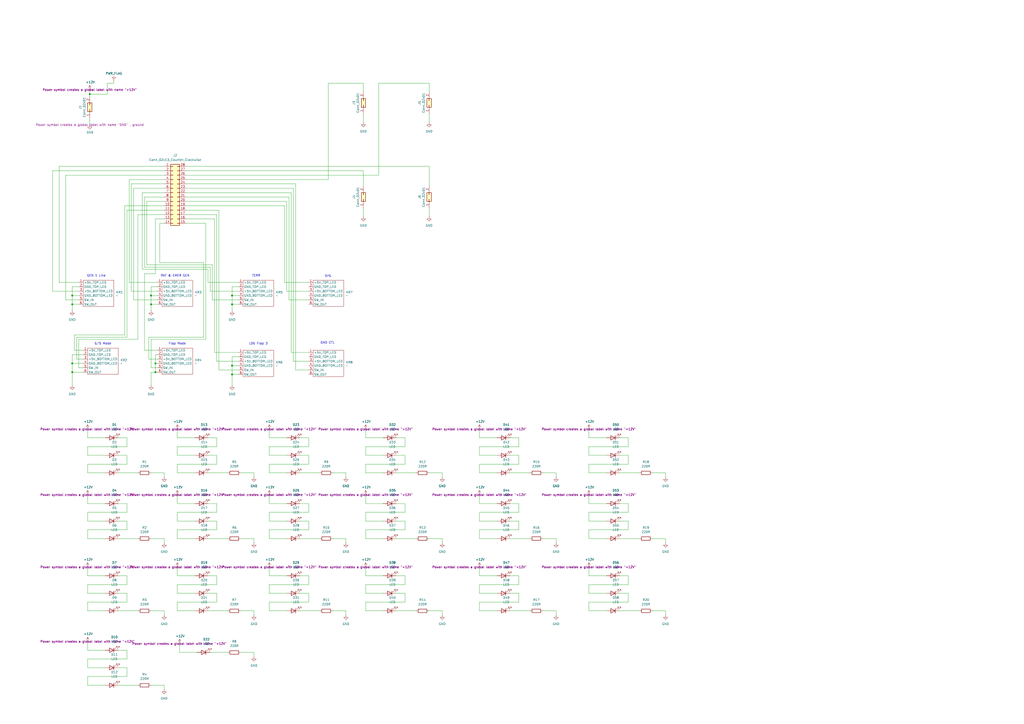
<source format=kicad_sch>
(kicad_sch (version 20250114) (generator "eeschema") (generator_version "9.0")
  (paper "A2")
  (text "GND CTL" (at 189.992 198.882 0) (effects (font (size 1.27 1.27))))
  (text "SYS" (at 190.246 160.274 0) (effects (font (size 1.27 1.27))))
  (text "LDG Flap 3\n" (at 149.86 199.39 0) (effects (font (size 1.27 1.27))))
  (text "TERR" (at 148.59 160.02 0) (effects (font (size 1.27 1.27))))
  (text "G/S Mode\n" (at 59.69 199.39 0) (effects (font (size 1.27 1.27))))
  (text "GEN 1 Line\n" (at 55.88 160.02 0) (effects (font (size 1.27 1.27))))
  (text "RAT & EMER GEN" (at 101.6 160.02 0) (effects (font (size 1.27 1.27))))
  (text "Flap Mode" (at 102.87 199.39 0) (effects (font (size 1.27 1.27))))
  (junction (at 87.63 171.45))
  (junction (at 90.17 215.9))
  (junction (at 52.07 54.61))
  (junction (at 134.62 171.45))
  (junction (at 41.91 215.9))
  (junction (at 87.63 176.53))
  (junction (at 41.91 171.45))
  (junction (at 134.62 217.17))
  (junction (at 90.17 210.82))
  (junction (at 134.62 176.53))
  (junction (at 41.91 210.82))
  (junction (at 134.62 212.09))
  (junction (at 41.91 176.53))
  (wire (pts (xy 50.8 312.42) (xy 50.8 307.34)))
  (wire (pts (xy 278.13 274.32) (xy 278.13 269.24)))
  (wire (pts (xy 295.91 312.42) (xy 307.34 312.42)))
  (wire (pts (xy 72.39 194.31) (xy 72.39 119.38)))
  (wire (pts (xy 95.25 397.51) (xy 95.25 400.05)))
  (wire (pts (xy 60.96 354.33) (xy 50.8 354.33)))
  (wire (pts (xy 248.92 48.26) (xy 219.71 48.26)))
  (wire (pts (xy 125.73 269.24) (xy 125.73 264.16)))
  (wire (pts (xy 73.66 387.35) (xy 68.58 387.35)))
  (wire (pts (xy 73.66 307.34) (xy 73.66 302.26)))
  (wire (pts (xy 147.32 354.33) (xy 147.32 356.87)))
  (wire (pts (xy 73.66 195.58) (xy 73.66 121.92)))
  (wire (pts (xy 50.8 382.27) (xy 73.66 382.27)))
  (wire (pts (xy 60.96 302.26) (xy 50.8 302.26)))
  (wire (pts (xy 125.73 297.18) (xy 125.73 292.1)))
  (wire (pts (xy 256.54 312.42) (xy 256.54 314.96)))
  (wire (pts (xy 200.66 354.33) (xy 200.66 356.87)))
  (wire (pts (xy 73.66 392.43) (xy 73.66 387.35)))
  (wire (pts (xy 87.63 354.33) (xy 95.25 354.33)))
  (wire (pts (xy 83.82 158.75) (xy 90.17 158.75)))
  (wire (pts (xy 48.26 203.2) (xy 43.18 203.2)))
  (wire (pts (xy 278.13 248.92) (xy 278.13 254)))
  (wire (pts (xy 193.04 274.32) (xy 200.66 274.32)))
  (wire (pts (xy 341.63 339.09) (xy 364.49 339.09)))
  (wire (pts (xy 125.73 292.1) (xy 120.65 292.1)))
  (wire (pts (xy 72.39 119.38) (xy 95.25 119.38)))
  (wire (pts (xy 359.41 312.42) (xy 370.84 312.42)))
  (wire (pts (xy 85.09 153.67) (xy 85.09 116.84)))
  (wire (pts (xy 123.19 153.67) (xy 85.09 153.67)))
  (wire (pts (xy 278.13 328.93) (xy 278.13 334.01)))
  (wire (pts (xy 156.21 328.93) (xy 156.21 334.01)))
  (wire (pts (xy 173.99 312.42) (xy 185.42 312.42)))
  (wire (pts (xy 166.37 312.42) (xy 156.21 312.42)))
  (wire (pts (xy 322.58 312.42) (xy 322.58 314.96)))
  (wire (pts (xy 166.37 116.84) (xy 107.95 116.84)))
  (wire (pts (xy 234.95 254) (xy 229.87 254)))
  (wire (pts (xy 278.13 254) (xy 288.29 254)))
  (wire (pts (xy 278.13 259.08) (xy 300.99 259.08)))
  (wire (pts (xy 134.62 171.45) (xy 134.62 166.37)))
  (wire (pts (xy 87.63 166.37) (xy 91.44 166.37)))
  (wire (pts (xy 120.65 163.83) (xy 120.65 156.21)))
  (wire (pts (xy 87.63 274.32) (xy 95.25 274.32)))
  (wire (pts (xy 52.07 54.61) (xy 62.23 54.61)))
  (wire (pts (xy 86.36 195.58) (xy 118.11 195.58)))
  (wire (pts (xy 125.73 349.25) (xy 125.73 344.17)))
  (wire (pts (xy 278.13 339.09) (xy 300.99 339.09)))
  (wire (pts (xy 50.8 387.35) (xy 50.8 382.27)))
  (wire (pts (xy 173.99 274.32) (xy 185.42 274.32)))
  (wire (pts (xy 278.13 312.42) (xy 278.13 307.34)))
  (wire (pts (xy 167.64 114.3) (xy 107.95 114.3)))
  (wire (pts (xy 90.17 215.9) (xy 91.44 215.9)))
  (wire (pts (xy 229.87 312.42) (xy 241.3 312.42)))
  (wire (pts (xy 139.7 274.32) (xy 147.32 274.32)))
  (wire (pts (xy 134.62 180.34) (xy 134.62 176.53)))
  (wire (pts (xy 300.99 269.24) (xy 300.99 264.16)))
  (wire (pts (xy 170.18 109.22) (xy 107.95 109.22)))
  (wire (pts (xy 212.09 259.08) (xy 234.95 259.08)))
  (wire (pts (xy 212.09 264.16) (xy 212.09 259.08)))
  (wire (pts (xy 134.62 212.09) (xy 138.43 212.09)))
  (wire (pts (xy 92.71 152.4) (xy 92.71 129.54)))
  (wire (pts (xy 104.14 373.38) (xy 104.14 378.46)))
  (wire (pts (xy 351.79 264.16) (xy 341.63 264.16)))
  (wire (pts (xy 212.09 334.01) (xy 222.25 334.01)))
  (wire (pts (xy 234.95 264.16) (xy 229.87 264.16)))
  (wire (pts (xy 156.21 297.18) (xy 179.07 297.18)))
  (wire (pts (xy 38.1 173.99) (xy 38.1 101.6)))
  (wire (pts (xy 120.65 274.32) (xy 132.08 274.32)))
  (wire (pts (xy 278.13 297.18) (xy 300.99 297.18)))
  (wire (pts (xy 193.04 312.42) (xy 200.66 312.42)))
  (wire (pts (xy 50.8 397.51) (xy 50.8 392.43)))
  (wire (pts (xy 167.64 173.99) (xy 167.64 114.3)))
  (wire (pts (xy 113.03 274.32) (xy 102.87 274.32)))
  (wire (pts (xy 120.65 156.21) (xy 82.55 156.21)))
  (wire (pts (xy 85.09 116.84) (xy 95.25 116.84)))
  (wire (pts (xy 91.44 208.28) (xy 86.36 208.28)))
  (wire (pts (xy 166.37 168.91) (xy 166.37 116.84)))
  (wire (pts (xy 156.21 307.34) (xy 179.07 307.34)))
  (wire (pts (xy 212.09 254) (xy 222.25 254)))
  (wire (pts (xy 179.07 292.1) (xy 173.99 292.1)))
  (wire (pts (xy 45.72 196.85) (xy 45.72 213.36)))
  (wire (pts (xy 364.49 307.34) (xy 364.49 302.26)))
  (wire (pts (xy 41.91 215.9) (xy 41.91 210.82)))
  (wire (pts (xy 179.07 214.63) (xy 171.45 214.63)))
  (wire (pts (xy 300.99 344.17) (xy 295.91 344.17)))
  (wire (pts (xy 168.91 111.76) (xy 107.95 111.76)))
  (wire (pts (xy 314.96 354.33) (xy 322.58 354.33)))
  (wire (pts (xy 212.09 328.93) (xy 212.09 334.01)))
  (wire (pts (xy 190.5 48.26) (xy 190.5 104.14)))
  (wire (pts (xy 134.62 207.01) (xy 138.43 207.01)))
  (wire (pts (xy 91.44 203.2) (xy 83.82 203.2)))
  (wire (pts (xy 125.73 209.55) (xy 125.73 124.46)))
  (wire (pts (xy 90.17 210.82) (xy 91.44 210.82)))
  (wire (pts (xy 248.92 312.42) (xy 256.54 312.42)))
  (wire (pts (xy 125.73 339.09) (xy 125.73 334.01)))
  (wire (pts (xy 50.8 259.08) (xy 73.66 259.08)))
  (wire (pts (xy 90.17 158.75) (xy 90.17 127)))
  (wire (pts (xy 121.92 378.46) (xy 132.08 378.46)))
  (wire (pts (xy 341.63 274.32) (xy 341.63 269.24)))
  (wire (pts (xy 147.32 274.32) (xy 147.32 276.86)))
  (wire (pts (xy 74.93 163.83) (xy 74.93 104.14)))
  (wire (pts (xy 168.91 204.47) (xy 168.91 111.76)))
  (wire (pts (xy 107.95 127) (xy 124.46 127)))
  (wire (pts (xy 90.17 210.82) (xy 90.17 205.74)))
  (wire (pts (xy 179.07 209.55) (xy 170.18 209.55)))
  (wire (pts (xy 73.66 344.17) (xy 68.58 344.17)))
  (wire (pts (xy 91.44 168.91) (xy 76.2 168.91)))
  (wire (pts (xy 147.32 312.42) (xy 147.32 314.96)))
  (wire (pts (xy 73.66 334.01) (xy 68.58 334.01)))
  (wire (pts (xy 82.55 156.21) (xy 82.55 111.76)))
  (wire (pts (xy 73.66 269.24) (xy 73.66 264.16)))
  (wire (pts (xy 139.7 354.33) (xy 147.32 354.33)))
  (wire (pts (xy 45.72 173.99) (xy 38.1 173.99)))
  (wire (pts (xy 300.99 334.01) (xy 295.91 334.01)))
  (wire (pts (xy 87.63 215.9) (xy 90.17 215.9)))
  (wire (pts (xy 41.91 176.53) (xy 41.91 171.45)))
  (wire (pts (xy 77.47 173.99) (xy 77.47 109.22)))
  (wire (pts (xy 212.09 302.26) (xy 212.09 297.18)))
  (wire (pts (xy 300.99 254) (xy 295.91 254)))
  (wire (pts (xy 87.63 196.85) (xy 119.38 196.85)))
  (wire (pts (xy 300.99 307.34) (xy 300.99 302.26)))
  (wire (pts (xy 364.49 297.18) (xy 364.49 292.1)))
  (wire (pts (xy 212.09 354.33) (xy 212.09 349.25)))
  (wire (pts (xy 95.25 312.42) (xy 95.25 314.96)))
  (wire (pts (xy 73.66 264.16) (xy 68.58 264.16)))
  (wire (pts (xy 41.91 176.53) (xy 45.72 176.53)))
  (wire (pts (xy 90.17 127) (xy 95.25 127)))
  (wire (pts (xy 219.71 48.26) (xy 219.71 101.6)))
  (wire (pts (xy 212.09 274.32) (xy 212.09 269.24)))
  (wire (pts (xy 322.58 354.33) (xy 322.58 356.87)))
  (wire (pts (xy 222.25 312.42) (xy 212.09 312.42)))
  (wire (pts (xy 256.54 274.32) (xy 256.54 276.86)))
  (wire (pts (xy 52.07 54.61) (xy 52.07 55.88)))
  (wire (pts (xy 322.58 274.32) (xy 322.58 276.86)))
  (wire (pts (xy 156.21 302.26) (xy 156.21 297.18)))
  (wire (pts (xy 50.8 334.01) (xy 60.96 334.01)))
  (wire (pts (xy 125.73 302.26) (xy 120.65 302.26)))
  (wire (pts (xy 43.18 203.2) (xy 43.18 194.31)))
  (wire (pts (xy 278.13 344.17) (xy 278.13 339.09)))
  (wire (pts (xy 179.07 168.91) (xy 166.37 168.91)))
  (wire (pts (xy 113.03 344.17) (xy 102.87 344.17)))
  (wire (pts (xy 34.29 96.52) (xy 95.25 96.52)))
  (wire (pts (xy 222.25 354.33) (xy 212.09 354.33)))
  (wire (pts (xy 113.03 312.42) (xy 102.87 312.42)))
  (wire (pts (xy 41.91 210.82) (xy 41.91 205.74)))
  (wire (pts (xy 45.72 168.91) (xy 30.48 168.91)))
  (wire (pts (xy 120.65 354.33) (xy 132.08 354.33)))
  (wire (pts (xy 156.21 334.01) (xy 166.37 334.01)))
  (wire (pts (xy 60.96 397.51) (xy 50.8 397.51)))
  (wire (pts (xy 91.44 213.36) (xy 87.63 213.36)))
  (wire (pts (xy 288.29 344.17) (xy 278.13 344.17)))
  (wire (pts (xy 278.13 287.02) (xy 278.13 292.1)))
  (wire (pts (xy 351.79 312.42) (xy 341.63 312.42)))
  (wire (pts (xy 73.66 292.1) (xy 68.58 292.1)))
  (wire (pts (xy 156.21 269.24) (xy 179.07 269.24)))
  (wire (pts (xy 102.87 354.33) (xy 102.87 349.25)))
  (wire (pts (xy 341.63 259.08) (xy 364.49 259.08)))
  (wire (pts (xy 278.13 334.01) (xy 288.29 334.01)))
  (wire (pts (xy 34.29 163.83) (xy 34.29 96.52)))
  (wire (pts (xy 179.07 259.08) (xy 179.07 254)))
  (wire (pts (xy 107.95 124.46) (xy 125.73 124.46)))
  (wire (pts (xy 38.1 101.6) (xy 95.25 101.6)))
  (wire (pts (xy 248.92 354.33) (xy 256.54 354.33)))
  (wire (pts (xy 234.95 269.24) (xy 234.95 264.16)))
  (wire (pts (xy 87.63 176.53) (xy 87.63 171.45)))
  (wire (pts (xy 125.73 307.34) (xy 125.73 302.26)))
  (wire (pts (xy 50.8 292.1) (xy 60.96 292.1)))
  (wire (pts (xy 41.91 205.74) (xy 48.26 205.74)))
  (wire (pts (xy 300.99 259.08) (xy 300.99 254)))
  (wire (pts (xy 212.09 292.1) (xy 222.25 292.1)))
  (wire (pts (xy 210.82 99.06) (xy 210.82 107.95)))
  (wire (pts (xy 166.37 274.32) (xy 156.21 274.32)))
  (wire (pts (xy 234.95 297.18) (xy 234.95 292.1)))
  (wire (pts (xy 123.19 173.99) (xy 123.19 153.67)))
  (wire (pts (xy 102.87 307.34) (xy 125.73 307.34)))
  (wire (pts (xy 190.5 104.14) (xy 107.95 104.14)))
  (wire (pts (xy 193.04 354.33) (xy 200.66 354.33)))
  (wire (pts (xy 341.63 344.17) (xy 341.63 339.09)))
  (wire (pts (xy 73.66 297.18) (xy 73.66 292.1)))
  (wire (pts (xy 102.87 274.32) (xy 102.87 269.24)))
  (wire (pts (xy 156.21 248.92) (xy 156.21 254)))
  (wire (pts (xy 125.73 264.16) (xy 120.65 264.16)))
  (wire (pts (xy 102.87 248.92) (xy 102.87 254)))
  (wire (pts (xy 156.21 349.25) (xy 179.07 349.25)))
  (wire (pts (xy 234.95 349.25) (xy 234.95 344.17)))
  (wire (pts (xy 212.09 269.24) (xy 234.95 269.24)))
  (wire (pts (xy 173.99 354.33) (xy 185.42 354.33)))
  (wire (pts (xy 147.32 378.46) (xy 147.32 381)))
  (wire (pts (xy 73.66 121.92) (xy 95.25 121.92)))
  (wire (pts (xy 50.8 264.16) (xy 50.8 259.08)))
  (wire (pts (xy 41.91 166.37) (xy 45.72 166.37)))
  (wire (pts (xy 364.49 339.09) (xy 364.49 334.01)))
  (wire (pts (xy 248.92 66.04) (xy 248.92 71.12)))
  (wire (pts (xy 134.62 176.53) (xy 134.62 171.45)))
  (wire (pts (xy 134.62 171.45) (xy 138.43 171.45)))
  (wire (pts (xy 50.8 344.17) (xy 50.8 339.09)))
  (wire (pts (xy 68.58 312.42) (xy 80.01 312.42)))
  (wire (pts (xy 73.66 254) (xy 68.58 254)))
  (wire (pts (xy 50.8 248.92) (xy 50.8 254)))
  (wire (pts (xy 121.92 168.91) (xy 138.43 168.91)))
  (wire (pts (xy 156.21 354.33) (xy 156.21 349.25)))
  (wire (pts (xy 87.63 176.53) (xy 91.44 176.53)))
  (wire (pts (xy 156.21 344.17) (xy 156.21 339.09)))
  (wire (pts (xy 102.87 264.16) (xy 102.87 259.08)))
  (wire (pts (xy 200.66 274.32) (xy 200.66 276.86)))
  (wire (pts (xy 95.25 274.32) (xy 95.25 276.86)))
  (wire (pts (xy 179.07 334.01) (xy 173.99 334.01)))
  (wire (pts (xy 50.8 307.34) (xy 73.66 307.34)))
  (wire (pts (xy 341.63 334.01) (xy 351.79 334.01)))
  (wire (pts (xy 341.63 302.26) (xy 341.63 297.18)))
  (wire (pts (xy 341.63 248.92) (xy 341.63 254)))
  (wire (pts (xy 60.96 264.16) (xy 50.8 264.16)))
  (wire (pts (xy 124.46 204.47) (xy 124.46 127)))
  (wire (pts (xy 314.96 274.32) (xy 322.58 274.32)))
  (wire (pts (xy 118.11 152.4) (xy 118.11 195.58)))
  (wire (pts (xy 95.25 114.3) (xy 83.82 114.3)))
  (wire (pts (xy 125.73 334.01) (xy 120.65 334.01)))
  (wire (pts (xy 295.91 274.32) (xy 307.34 274.32)))
  (wire (pts (xy 91.44 173.99) (xy 77.47 173.99)))
  (wire (pts (xy 179.07 349.25) (xy 179.07 344.17)))
  (wire (pts (xy 351.79 354.33) (xy 341.63 354.33)))
  (wire (pts (xy 341.63 312.42) (xy 341.63 307.34)))
  (wire (pts (xy 248.92 53.34) (xy 248.92 48.26)))
  (wire (pts (xy 278.13 264.16) (xy 278.13 259.08)))
  (wire (pts (xy 50.8 354.33) (xy 50.8 349.25)))
  (wire (pts (xy 68.58 274.32) (xy 80.01 274.32)))
  (wire (pts (xy 62.23 54.61) (xy 62.23 48.26)))
  (wire (pts (xy 134.62 223.52) (xy 134.62 217.17)))
  (wire (pts (xy 50.8 287.02) (xy 50.8 292.1)))
  (wire (pts (xy 364.49 292.1) (xy 359.41 292.1)))
  (wire (pts (xy 179.07 269.24) (xy 179.07 264.16)))
  (wire (pts (xy 50.8 269.24) (xy 73.66 269.24)))
  (wire (pts (xy 364.49 254) (xy 359.41 254)))
  (wire (pts (xy 386.08 354.33) (xy 386.08 356.87)))
  (wire (pts (xy 364.49 349.25) (xy 364.49 344.17)))
  (wire (pts (xy 44.45 195.58) (xy 73.66 195.58)))
  (wire (pts (xy 83.82 114.3) (xy 83.82 154.94)))
  (wire (pts (xy 30.48 99.06) (xy 95.25 99.06)))
  (wire (pts (xy 138.43 214.63) (xy 127 214.63)))
  (wire (pts (xy 102.87 349.25) (xy 125.73 349.25)))
  (wire (pts (xy 87.63 213.36) (xy 87.63 196.85)))
  (wire (pts (xy 386.08 274.32) (xy 386.08 276.86)))
  (wire (pts (xy 73.66 382.27) (xy 73.66 377.19)))
  (wire (pts (xy 351.79 302.26) (xy 341.63 302.26)))
  (wire (pts (xy 212.09 339.09) (xy 234.95 339.09)))
  (wire (pts (xy 52.07 52.07) (xy 52.07 54.61)))
  (wire (pts (xy 341.63 349.25) (xy 364.49 349.25)))
  (wire (pts (xy 359.41 354.33) (xy 370.84 354.33)))
  (wire (pts (xy 341.63 254) (xy 351.79 254)))
  (wire (pts (xy 50.8 392.43) (xy 73.66 392.43)))
  (wire (pts (xy 170.18 209.55) (xy 170.18 109.22)))
  (wire (pts (xy 138.43 173.99) (xy 123.19 173.99)))
  (wire (pts (xy 386.08 312.42) (xy 386.08 314.96)))
  (wire (pts (xy 288.29 354.33) (xy 278.13 354.33)))
  (wire (pts (xy 156.21 259.08) (xy 179.07 259.08)))
  (wire (pts (xy 134.62 217.17) (xy 134.62 212.09)))
  (wire (pts (xy 50.8 328.93) (xy 50.8 334.01)))
  (wire (pts (xy 278.13 269.24) (xy 300.99 269.24)))
  (wire (pts (xy 179.07 344.17) (xy 173.99 344.17)))
  (wire (pts (xy 74.93 104.14) (xy 95.25 104.14)))
  (wire (pts (xy 73.66 339.09) (xy 73.66 334.01)))
  (wire (pts (xy 125.73 344.17) (xy 120.65 344.17)))
  (wire (pts (xy 341.63 269.24) (xy 364.49 269.24)))
  (wire (pts (xy 314.96 312.42) (xy 322.58 312.42)))
  (wire (pts (xy 102.87 334.01) (xy 113.03 334.01)))
  (wire (pts (xy 104.14 378.46) (xy 114.3 378.46)))
  (wire (pts (xy 43.18 194.31) (xy 72.39 194.31)))
  (wire (pts (xy 95.25 354.33) (xy 95.25 356.87)))
  (wire (pts (xy 41.91 215.9) (xy 48.26 215.9)))
  (wire (pts (xy 50.8 339.09) (xy 73.66 339.09)))
  (wire (pts (xy 113.03 264.16) (xy 102.87 264.16)))
  (wire (pts (xy 156.21 339.09) (xy 179.07 339.09)))
  (wire (pts (xy 364.49 302.26) (xy 359.41 302.26)))
  (wire (pts (xy 179.07 264.16) (xy 173.99 264.16)))
  (wire (pts (xy 212.09 344.17) (xy 212.09 339.09)))
  (wire (pts (xy 341.63 297.18) (xy 364.49 297.18)))
  (wire (pts (xy 234.95 344.17) (xy 229.87 344.17)))
  (wire (pts (xy 278.13 307.34) (xy 300.99 307.34)))
  (wire (pts (xy 248.92 120.65) (xy 248.92 125.73)))
  (wire (pts (xy 48.26 208.28) (xy 44.45 208.28)))
  (wire (pts (xy 166.37 302.26) (xy 156.21 302.26)))
  (wire (pts (xy 179.07 204.47) (xy 168.91 204.47)))
  (wire (pts (xy 50.8 297.18) (xy 73.66 297.18)))
  (wire (pts (xy 76.2 106.68) (xy 95.25 106.68)))
  (wire (pts (xy 222.25 264.16) (xy 212.09 264.16)))
  (wire (pts (xy 45.72 163.83) (xy 34.29 163.83)))
  (wire (pts (xy 179.07 297.18) (xy 179.07 292.1)))
  (wire (pts (xy 171.45 214.63) (xy 171.45 106.68)))
  (wire (pts (xy 248.92 96.52) (xy 107.95 96.52)))
  (wire (pts (xy 166.37 344.17) (xy 156.21 344.17)))
  (wire (pts (xy 41.91 223.52) (xy 41.91 215.9)))
  (wire (pts (xy 234.95 302.26) (xy 229.87 302.26)))
  (wire (pts (xy 212.09 307.34) (xy 234.95 307.34)))
  (wire (pts (xy 212.09 248.92) (xy 212.09 254)))
  (wire (pts (xy 138.43 209.55) (xy 125.73 209.55)))
  (wire (pts (xy 127 214.63) (xy 127 121.92)))
  (wire (pts (xy 41.91 171.45) (xy 45.72 171.45)))
  (wire (pts (xy 82.55 111.76) (xy 95.25 111.76)))
  (wire (pts (xy 50.8 372.11) (xy 50.8 377.19)))
  (wire (pts (xy 118.11 152.4) (xy 92.71 152.4)))
  (wire (pts (xy 80.01 124.46) (xy 95.25 124.46)))
  (wire (pts (xy 87.63 171.45) (xy 91.44 171.45)))
  (wire (pts (xy 248.92 274.32) (xy 256.54 274.32)))
  (wire (pts (xy 156.21 264.16) (xy 156.21 259.08)))
  (wire (pts (xy 77.47 109.22) (xy 95.25 109.22)))
  (wire (pts (xy 102.87 297.18) (xy 125.73 297.18)))
  (wire (pts (xy 300.99 292.1) (xy 295.91 292.1)))
  (wire (pts (xy 102.87 339.09) (xy 125.73 339.09)))
  (wire (pts (xy 73.66 377.19) (xy 68.58 377.19)))
  (wire (pts (xy 210.82 120.65) (xy 210.82 125.73)))
  (wire (pts (xy 341.63 292.1) (xy 351.79 292.1)))
  (wire (pts (xy 300.99 297.18) (xy 300.99 292.1)))
  (wire (pts (xy 62.23 48.26) (xy 66.04 48.26)))
  (wire (pts (xy 278.13 349.25) (xy 300.99 349.25)))
  (wire (pts (xy 212.09 297.18) (xy 234.95 297.18)))
  (wire (pts (xy 50.8 274.32) (xy 50.8 269.24)))
  (wire (pts (xy 179.07 339.09) (xy 179.07 334.01)))
  (wire (pts (xy 212.09 349.25) (xy 234.95 349.25)))
  (wire (pts (xy 222.25 344.17) (xy 212.09 344.17)))
  (wire (pts (xy 156.21 274.32) (xy 156.21 269.24)))
  (wire (pts (xy 210.82 53.34) (xy 210.82 48.26)))
  (wire (pts (xy 73.66 259.08) (xy 73.66 254)))
  (wire (pts (xy 90.17 205.74) (xy 91.44 205.74)))
  (wire (pts (xy 256.54 354.33) (xy 256.54 356.87)))
  (wire (pts (xy 300.99 349.25) (xy 300.99 344.17)))
  (wire (pts (xy 288.29 302.26) (xy 278.13 302.26)))
  (wire (pts (xy 200.66 312.42) (xy 200.66 314.96)))
  (wire (pts (xy 300.99 264.16) (xy 295.91 264.16)))
  (wire (pts (xy 351.79 344.17) (xy 341.63 344.17)))
  (wire (pts (xy 138.43 163.83) (xy 120.65 163.83)))
  (wire (pts (xy 87.63 180.34) (xy 87.63 176.53)))
  (wire (pts (xy 102.87 254) (xy 113.03 254)))
  (wire (pts (xy 80.01 124.46) (xy 80.01 196.85)))
  (wire (pts (xy 179.07 254) (xy 173.99 254)))
  (wire (pts (xy 341.63 354.33) (xy 341.63 349.25)))
  (wire (pts (xy 120.65 312.42) (xy 132.08 312.42)))
  (wire (pts (xy 278.13 354.33) (xy 278.13 349.25)))
  (wire (pts (xy 134.62 212.09) (xy 134.62 207.01)))
  (wire (pts (xy 83.82 203.2) (xy 83.82 158.75)))
  (wire (pts (xy 288.29 312.42) (xy 278.13 312.42)))
  (wire (pts (xy 210.82 48.26) (xy 190.5 48.26)))
  (wire (pts (xy 166.37 264.16) (xy 156.21 264.16)))
  (wire (pts (xy 68.58 397.51) (xy 80.01 397.51)))
  (wire (pts (xy 102.87 312.42) (xy 102.87 307.34)))
  (wire (pts (xy 102.87 287.02) (xy 102.87 292.1)))
  (wire (pts (xy 87.63 223.52) (xy 87.63 215.9)))
  (wire (pts (xy 166.37 354.33) (xy 156.21 354.33)))
  (wire (pts (xy 90.17 215.9) (xy 90.17 210.82)))
  (wire (pts (xy 73.66 349.25) (xy 73.66 344.17)))
  (wire (pts (xy 113.03 302.26) (xy 102.87 302.26)))
  (wire (pts (xy 156.21 287.02) (xy 156.21 292.1)))
  (wire (pts (xy 125.73 259.08) (xy 125.73 254)))
  (wire (pts (xy 102.87 328.93) (xy 102.87 334.01)))
  (wire (pts (xy 73.66 302.26) (xy 68.58 302.26)))
  (wire (pts (xy 210.82 99.06) (xy 107.95 99.06)))
  (wire (pts (xy 234.95 334.01) (xy 229.87 334.01)))
  (wire (pts (xy 179.07 307.34) (xy 179.07 302.26)))
  (wire (pts (xy 341.63 264.16) (xy 341.63 259.08)))
  (wire (pts (xy 139.7 378.46) (xy 147.32 378.46)))
  (wire (pts (xy 102.87 344.17) (xy 102.87 339.09)))
  (wire (pts (xy 113.03 354.33) (xy 102.87 354.33)))
  (wire (pts (xy 60.96 387.35) (xy 50.8 387.35)))
  (wire (pts (xy 66.04 48.26) (xy 66.04 46.99)))
  (wire (pts (xy 234.95 292.1) (xy 229.87 292.1)))
  (wire (pts (xy 179.07 302.26) (xy 173.99 302.26)))
  (wire (pts (xy 212.09 287.02) (xy 212.09 292.1)))
  (wire (pts (xy 60.96 312.42) (xy 50.8 312.42)))
  (wire (pts (xy 300.99 302.26) (xy 295.91 302.26)))
  (wire (pts (xy 121.92 154.94) (xy 121.92 168.91)))
  (wire (pts (xy 171.45 106.68) (xy 107.95 106.68)))
  (wire (pts (xy 295.91 354.33) (xy 307.34 354.33)))
  (wire (pts (xy 92.71 129.54) (xy 95.25 129.54)))
  (wire (pts (xy 179.07 173.99) (xy 167.64 173.99)))
  (wire (pts (xy 102.87 269.24) (xy 125.73 269.24)))
  (wire (pts (xy 41.91 210.82) (xy 48.26 210.82)))
  (wire (pts (xy 134.62 176.53) (xy 138.43 176.53)))
  (wire (pts (xy 364.49 344.17) (xy 359.41 344.17)))
  (wire (pts (xy 41.91 171.45) (xy 41.91 166.37)))
  (wire (pts (xy 278.13 302.26) (xy 278.13 297.18)))
  (wire (pts (xy 102.87 259.08) (xy 125.73 259.08)))
  (wire (pts (xy 119.38 129.54) (xy 119.38 196.85)))
  (wire (pts (xy 52.07 68.58) (xy 52.07 72.39)))
  (wire (pts (xy 212.09 312.42) (xy 212.09 307.34)))
  (wire (pts (xy 229.87 354.33) (xy 241.3 354.33)))
  (wire (pts (xy 91.44 163.83) (xy 74.93 163.83)))
  (wire (pts (xy 341.63 307.34) (xy 364.49 307.34)))
  (wire (pts (xy 234.95 339.09) (xy 234.95 334.01)))
  (wire (pts (xy 50.8 254) (xy 60.96 254)))
  (wire (pts (xy 300.99 339.09) (xy 300.99 334.01)))
  (wire (pts (xy 165.1 163.83) (xy 165.1 119.38)))
  (wire (pts (xy 165.1 119.38) (xy 107.95 119.38)))
  (wire (pts (xy 107.95 121.92) (xy 127 121.92)))
  (wire (pts (xy 134.62 217.17) (xy 138.43 217.17)))
  (wire (pts (xy 364.49 269.24) (xy 364.49 264.16)))
  (wire (pts (xy 102.87 292.1) (xy 113.03 292.1)))
  (wire (pts (xy 179.07 163.83) (xy 165.1 163.83)))
  (wire (pts (xy 83.82 154.94) (xy 121.92 154.94)))
  (wire (pts (xy 378.46 274.32) (xy 386.08 274.32)))
  (wire (pts (xy 156.21 312.42) (xy 156.21 307.34)))
  (wire (pts (xy 219.71 101.6) (xy 107.95 101.6)))
  (wire (pts (xy 288.29 274.32) (xy 278.13 274.32)))
  (wire (pts (xy 364.49 259.08) (xy 364.49 254)))
  (wire (pts (xy 234.95 307.34) (xy 234.95 302.26)))
  (wire (pts (xy 44.45 208.28) (xy 44.45 195.58)))
  (wire (pts (xy 341.63 287.02) (xy 341.63 292.1)))
  (wire (pts (xy 102.87 302.26) (xy 102.87 297.18)))
  (wire (pts (xy 87.63 397.51) (xy 95.25 397.51)))
  (wire (pts (xy 222.25 274.32) (xy 212.09 274.32)))
  (wire (pts (xy 341.63 328.93) (xy 341.63 334.01)))
  (wire (pts (xy 288.29 264.16) (xy 278.13 264.16)))
  (wire (pts (xy 248.92 107.95) (xy 248.92 96.52)))
  (wire (pts (xy 50.8 349.25) (xy 73.66 349.25)))
  (wire (pts (xy 378.46 354.33) (xy 386.08 354.33)))
  (wire (pts (xy 134.62 166.37) (xy 138.43 166.37)))
  (wire (pts (xy 378.46 312.42) (xy 386.08 312.42)))
  (wire (pts (xy 139.7 312.42) (xy 147.32 312.42)))
  (wire (pts (xy 364.49 334.01) (xy 359.41 334.01)))
  (wire (pts (xy 125.73 254) (xy 120.65 254)))
  (wire (pts (xy 351.79 274.32) (xy 341.63 274.32)))
  (wire (pts (xy 107.95 129.54) (xy 119.38 129.54)))
  (wire (pts (xy 86.36 208.28) (xy 86.36 195.58)))
  (wire (pts (xy 138.43 204.47) (xy 124.46 204.47)))
  (wire (pts (xy 80.01 196.85) (xy 45.72 196.85)))
  (wire (pts (xy 234.95 259.08) (xy 234.95 254)))
  (wire (pts (xy 68.58 354.33) (xy 80.01 354.33)))
  (wire (pts (xy 50.8 302.26) (xy 50.8 297.18)))
  (wire (pts (xy 41.91 180.34) (xy 41.91 176.53)))
  (wire (pts (xy 222.25 302.26) (xy 212.09 302.26)))
  (wire (pts (xy 76.2 168.91) (xy 76.2 106.68)))
  (wire (pts (xy 364.49 264.16) (xy 359.41 264.16)))
  (wire (pts (xy 156.21 292.1) (xy 166.37 292.1)))
  (wire (pts (xy 359.41 274.32) (xy 370.84 274.32)))
  (wire (pts (xy 60.96 274.32) (xy 50.8 274.32)))
  (wire (pts (xy 87.63 312.42) (xy 95.25 312.42)))
  (wire (pts (xy 229.87 274.32) (xy 241.3 274.32)))
  (wire (pts (xy 48.26 213.36) (xy 45.72 213.36)))
  (wire (pts (xy 278.13 292.1) (xy 288.29 292.1)))
  (wire (pts (xy 156.21 254) (xy 166.37 254)))
  (wire (pts (xy 50.8 377.19) (xy 60.96 377.19)))
  (wire (pts (xy 30.48 168.91) (xy 30.48 99.06)))
  (wire (pts (xy 60.96 344.17) (xy 50.8 344.17)))
  (wire (pts (xy 210.82 66.04) (xy 210.82 71.12)))
  (wire (pts (xy 87.63 171.45) (xy 87.63 166.37)))
  (symbol (lib_id "Connector_Generic:Conn_02x01") (at 52.07 63.5 90) (unit 1)
    (property "Reference" "J1" (at 46.5582 62.23 0))
    (property "Value" "Conn_02x01" (at 48.8696 62.23 0))
    (property "Footprint" "TerminalBlock:TerminalBlock_bornier-2_P5.08mm" (effects (hide yes)))
    (property "Description" "Generic connector, double row, 02x01, this symbol is compatible with counter-clockwise, top-bottom and odd-even numbering schemes., script generated (kicad-library-utils/schlib/autogen/connector/)" (effects (hide yes)))
  )
  (symbol (lib_id "power:GND") (at 52.07 72.39 0) (unit 1)
    (property "Reference" "#PWR08" (effects (hide yes)))
    (property "Value" "GND" (at 52.197 76.7842 0))
    (property "Description" "Power symbol creates a global label with name \"GND\" , ground" (at 52.07 72.39 0))
  )
  (symbol (lib_id "power:+12V") (at 52.07 52.07 0) (unit 1)
    (property "Reference" "#PWR07" (effects (hide yes)))
    (property "Value" "+12V" (at 52.451 47.6758 0))
    (property "Description" "Power symbol creates a global label with name \"+12V\"" (at 52.07 52.07 0))
  )
  (symbol (lib_id "power:PWR_FLAG") (at 66.04 46.99 0) (unit 1)
    (property "Reference" "#FLG01" (effects (hide yes)))
    (property "Value" "PWR_FLAG" (at 66.04 42.5958 0))
  )
  (symbol (lib_id "Device:R") (at 374.65 354.33 90) (unit 1)
    (property "Reference" "R20" (at 374.65 347.98 90))
    (property "Value" "220R" (at 374.65 350.52 90))
    (property "Footprint" "Resistor_SMD:R_1206_3216Metric_Pad1.30x1.75mm_HandSolder" (effects (hide yes)))
    (property "Description" "Resistor" (effects (hide yes)))
  )
  (symbol (lib_id "power:+12V") (at 212.09 328.93 0) (unit 1)
    (property "Reference" "#PWR035" (effects (hide yes)))
    (property "Value" "+12V" (at 212.471 324.5358 0))
    (property "Description" "Power symbol creates a global label with name \"+12V\"" (at 212.09 328.93 0))
  )
  (symbol (lib_id "power:GND") (at 322.58 356.87 0) (unit 1)
    (property "Reference" "#PWR046" (effects (hide yes)))
    (property "Value" "GND" (at 322.58 361.95 0))
    (property "Description" "Power symbol creates a global label with name \"GND\" , ground" (effects (hide yes)))
  )
  (symbol (lib_id "Device:R") (at 189.23 354.33 90) (unit 1)
    (property "Reference" "R11" (at 189.23 347.98 90))
    (property "Value" "220R" (at 189.23 350.52 90))
    (property "Footprint" "Resistor_SMD:R_1206_3216Metric_Pad1.30x1.75mm_HandSolder" (effects (hide yes)))
    (property "Description" "Resistor" (effects (hide yes)))
  )
  (symbol (lib_id "power:+12V") (at 102.87 248.92 0) (unit 1)
    (property "Reference" "#PWR015" (effects (hide yes)))
    (property "Value" "+12V" (at 103.251 244.5258 0))
    (property "Description" "Power symbol creates a global label with name \"+12V\"" (at 102.87 248.92 0))
  )
  (symbol (lib_id "Device:LED") (at 116.84 344.17 180) (unit 1)
    (property "Reference" "D20" (at 118.4275 336.55 0))
    (property "Value" "LED" (at 118.4275 339.09 0))
    (property "Footprint" "OpenA3XX:LED_Everlight-SMD3528_3.5x2.8mm_67-21ST" (effects (hide yes)))
    (property "Description" "Light emitting diode" (effects (hide yes)))
    (property "Sim.Pins" "1=K 2=A" (effects (hide yes)))
  )
  (symbol (lib_id "Device:R") (at 83.82 397.51 90) (unit 1)
    (property "Reference" "R4" (at 83.82 391.16 90))
    (property "Value" "220R" (at 83.82 393.7 90))
    (property "Footprint" "Resistor_SMD:R_1206_3216Metric_Pad1.30x1.75mm_HandSolder" (effects (hide yes)))
    (property "Description" "Resistor" (effects (hide yes)))
  )
  (symbol (lib_id "Device:LED") (at 64.77 302.26 180) (unit 1)
    (property "Reference" "D5" (at 66.3575 294.64 0))
    (property "Value" "LED" (at 66.3575 297.18 0))
    (property "Footprint" "OpenA3XX:LED_Everlight-SMD3528_3.5x2.8mm_67-21ST" (effects (hide yes)))
    (property "Description" "Light emitting diode" (effects (hide yes)))
    (property "Sim.Pins" "1=K 2=A" (effects (hide yes)))
  )
  (symbol (lib_id "Device:LED") (at 226.06 274.32 180) (unit 1)
    (property "Reference" "D34" (at 227.6475 266.7 0))
    (property "Value" "LED" (at 227.6475 269.24 0))
    (property "Footprint" "OpenA3XX:LED_Everlight-SMD3528_3.5x2.8mm_67-21ST" (effects (hide yes)))
    (property "Description" "Light emitting diode" (effects (hide yes)))
    (property "Sim.Pins" "1=K 2=A" (effects (hide yes)))
  )
  (symbol (lib_id "Device:LED") (at 355.6 344.17 180) (unit 1)
    (property "Reference" "D57" (at 357.1875 336.55 0))
    (property "Value" "LED" (at 357.1875 339.09 0))
    (property "Footprint" "OpenA3XX:LED_Everlight-SMD3528_3.5x2.8mm_67-21ST" (effects (hide yes)))
    (property "Description" "Light emitting diode" (effects (hide yes)))
    (property "Sim.Pins" "1=K 2=A" (effects (hide yes)))
  )
  (symbol (lib_id "Device:LED") (at 64.77 312.42 180) (unit 1)
    (property "Reference" "D6" (at 66.3575 304.8 0))
    (property "Value" "LED" (at 66.3575 307.34 0))
    (property "Footprint" "OpenA3XX:LED_Everlight-SMD3528_3.5x2.8mm_67-21ST" (effects (hide yes)))
    (property "Description" "Light emitting diode" (effects (hide yes)))
    (property "Sim.Pins" "1=K 2=A" (effects (hide yes)))
  )
  (symbol (lib_id "power:GND") (at 386.08 276.86 0) (unit 1)
    (property "Reference" "#PWR050" (effects (hide yes)))
    (property "Value" "GND" (at 386.08 281.94 0))
    (property "Description" "Power symbol creates a global label with name \"GND\" , ground" (effects (hide yes)))
  )
  (symbol (lib_id "Device:LED") (at 170.18 264.16 180) (unit 1)
    (property "Reference" "D24" (at 171.7675 256.54 0))
    (property "Value" "LED" (at 171.7675 259.08 0))
    (property "Footprint" "OpenA3XX:LED_Everlight-SMD3528_3.5x2.8mm_67-21ST" (effects (hide yes)))
    (property "Description" "Light emitting diode" (effects (hide yes)))
    (property "Sim.Pins" "1=K 2=A" (effects (hide yes)))
  )
  (symbol (lib_id "Device:R") (at 83.82 274.32 90) (unit 1)
    (property "Reference" "R1" (at 83.82 267.97 90))
    (property "Value" "220R" (at 83.82 270.51 90))
    (property "Footprint" "Resistor_SMD:R_1206_3216Metric_Pad1.30x1.75mm_HandSolder" (effects (hide yes)))
    (property "Description" "Resistor" (effects (hide yes)))
  )
  (symbol (lib_id "Device:LED") (at 226.06 264.16 180) (unit 1)
    (property "Reference" "D33" (at 227.6475 256.54 0))
    (property "Value" "LED" (at 227.6475 259.08 0))
    (property "Footprint" "OpenA3XX:LED_Everlight-SMD3528_3.5x2.8mm_67-21ST" (effects (hide yes)))
    (property "Description" "Light emitting diode" (effects (hide yes)))
    (property "Sim.Pins" "1=K 2=A" (effects (hide yes)))
  )
  (symbol (lib_id "power:GND") (at 322.58 314.96 0) (unit 1)
    (property "Reference" "#PWR045" (effects (hide yes)))
    (property "Value" "GND" (at 322.58 320.04 0))
    (property "Description" "Power symbol creates a global label with name \"GND\" , ground" (effects (hide yes)))
  )
  (symbol (lib_id "Device:R") (at 245.11 312.42 90) (unit 1)
    (property "Reference" "R13" (at 245.11 306.07 90))
    (property "Value" "220R" (at 245.11 308.61 90))
    (property "Footprint" "Resistor_SMD:R_1206_3216Metric_Pad1.30x1.75mm_HandSolder" (effects (hide yes)))
    (property "Description" "Resistor" (effects (hide yes)))
  )
  (symbol (lib_id "Device:LED") (at 170.18 344.17 180) (unit 1)
    (property "Reference" "D30" (at 171.7675 336.55 0))
    (property "Value" "LED" (at 171.7675 339.09 0))
    (property "Footprint" "OpenA3XX:LED_Everlight-SMD3528_3.5x2.8mm_67-21ST" (effects (hide yes)))
    (property "Description" "Light emitting diode" (effects (hide yes)))
    (property "Sim.Pins" "1=K 2=A" (effects (hide yes)))
  )
  (symbol (lib_id "power:+12V") (at 212.09 248.92 0) (unit 1)
    (property "Reference" "#PWR033" (effects (hide yes)))
    (property "Value" "+12V" (at 212.471 244.5258 0))
    (property "Description" "Power symbol creates a global label with name \"+12V\"" (at 212.09 248.92 0))
  )
  (symbol (lib_id "KorrySwitch:Korry_Switch") (at 101.6 200.66 0) (unit 1)
    (property "Reference" "KR4" (at 113.03 208.9149 0) (effects (justify left)))
    (property "Value" "~" (at 113.03 210.82 0) (effects (justify left)))
    (property "Footprint" "OpenA3XX:Korry Switch" (effects (hide yes)))
  )
  (symbol (lib_id "power:GND") (at 134.62 180.34 0) (unit 1)
    (property "Reference" "#PWR019" (effects (hide yes)))
    (property "Value" "GND" (at 134.62 185.42 0))
    (property "Description" "Power symbol creates a global label with name \"GND\" , ground" (effects (hide yes)))
  )
  (symbol (lib_id "power:GND") (at 200.66 314.96 0) (unit 1)
    (property "Reference" "#PWR029" (effects (hide yes)))
    (property "Value" "GND" (at 200.66 320.04 0))
    (property "Description" "Power symbol creates a global label with name \"GND\" , ground" (effects (hide yes)))
  )
  (symbol (lib_id "power:+12V") (at 104.14 373.38 0) (unit 1)
    (property "Reference" "#PWR018" (effects (hide yes)))
    (property "Value" "+12V" (at 104.521 368.9858 0))
    (property "Description" "Power symbol creates a global label with name \"+12V\"" (at 104.14 373.38 0))
  )
  (symbol (lib_id "Device:LED") (at 118.11 378.46 180) (unit 1)
    (property "Reference" "D22" (at 119.6975 370.84 0))
    (property "Value" "LED" (at 119.6975 373.38 0))
    (property "Footprint" "OpenA3XX:LED_Everlight-SMD3528_3.5x2.8mm_67-21ST" (effects (hide yes)))
    (property "Description" "Light emitting diode" (effects (hide yes)))
    (property "Sim.Pins" "1=K 2=A" (effects (hide yes)))
  )
  (symbol (lib_id "power:GND") (at 134.62 223.52 0) (unit 1)
    (property "Reference" "#PWR020" (effects (hide yes)))
    (property "Value" "GND" (at 134.62 228.6 0))
    (property "Description" "Power symbol creates a global label with name \"GND\" , ground" (effects (hide yes)))
  )
  (symbol (lib_id "Device:LED") (at 64.77 344.17 180) (unit 1)
    (property "Reference" "D8" (at 66.3575 336.55 0))
    (property "Value" "LED" (at 66.3575 339.09 0))
    (property "Footprint" "OpenA3XX:LED_Everlight-SMD3528_3.5x2.8mm_67-21ST" (effects (hide yes)))
    (property "Description" "Light emitting diode" (effects (hide yes)))
    (property "Sim.Pins" "1=K 2=A" (effects (hide yes)))
  )
  (symbol (lib_id "Device:LED") (at 355.6 334.01 180) (unit 1)
    (property "Reference" "D56" (at 357.1875 326.39 0))
    (property "Value" "LED" (at 357.1875 328.93 0))
    (property "Footprint" "OpenA3XX:LED_Everlight-SMD3528_3.5x2.8mm_67-21ST" (effects (hide yes)))
    (property "Description" "Light emitting diode" (effects (hide yes)))
    (property "Sim.Pins" "1=K 2=A" (effects (hide yes)))
  )
  (symbol (lib_id "power:+12V") (at 156.21 328.93 0) (unit 1)
    (property "Reference" "#PWR027" (effects (hide yes)))
    (property "Value" "+12V" (at 156.591 324.5358 0))
    (property "Description" "Power symbol creates a global label with name \"+12V\"" (at 156.21 328.93 0))
  )
  (symbol (lib_id "Device:LED") (at 292.1 312.42 180) (unit 1)
    (property "Reference" "D46" (at 293.6875 304.8 0))
    (property "Value" "LED" (at 293.6875 307.34 0))
    (property "Footprint" "OpenA3XX:LED_Everlight-SMD3528_3.5x2.8mm_67-21ST" (effects (hide yes)))
    (property "Description" "Light emitting diode" (effects (hide yes)))
    (property "Sim.Pins" "1=K 2=A" (effects (hide yes)))
  )
  (symbol (lib_id "Device:LED") (at 170.18 312.42 180) (unit 1)
    (property "Reference" "D28" (at 171.7675 304.8 0))
    (property "Value" "LED" (at 171.7675 307.34 0))
    (property "Footprint" "OpenA3XX:LED_Everlight-SMD3528_3.5x2.8mm_67-21ST" (effects (hide yes)))
    (property "Description" "Light emitting diode" (effects (hide yes)))
    (property "Sim.Pins" "1=K 2=A" (effects (hide yes)))
  )
  (symbol (lib_id "Device:LED") (at 170.18 274.32 180) (unit 1)
    (property "Reference" "D25" (at 171.7675 266.7 0))
    (property "Value" "LED" (at 171.7675 269.24 0))
    (property "Footprint" "OpenA3XX:LED_Everlight-SMD3528_3.5x2.8mm_67-21ST" (effects (hide yes)))
    (property "Description" "Light emitting diode" (effects (hide yes)))
    (property "Sim.Pins" "1=K 2=A" (effects (hide yes)))
  )
  (symbol (lib_id "Connector_Generic:Conn_02x01") (at 248.92 60.96 90) (unit 1)
    (property "Reference" "J5" (at 243.4082 59.69 0))
    (property "Value" "Conn_02x01" (at 245.7196 59.69 0))
    (property "Footprint" "Connector_PinHeader_2.54mm:PinHeader_1x02_P2.54mm_Vertical" (effects (hide yes)))
    (property "Description" "Generic connector, double row, 02x01, this symbol is compatible with counter-clockwise, top-bottom and odd-even numbering schemes., script generated (kicad-library-utils/schlib/autogen/connector/)" (effects (hide yes)))
  )
  (symbol (lib_id "power:+12V") (at 278.13 248.92 0) (unit 1)
    (property "Reference" "#PWR041" (effects (hide yes)))
    (property "Value" "+12V" (at 278.511 244.5258 0))
    (property "Description" "Power symbol creates a global label with name \"+12V\"" (at 278.13 248.92 0))
  )
  (symbol (lib_id "Device:LED") (at 116.84 254 180) (unit 1)
    (property "Reference" "D13" (at 118.4275 246.38 0))
    (property "Value" "LED" (at 118.4275 248.92 0))
    (property "Footprint" "OpenA3XX:LED_Everlight-SMD3528_3.5x2.8mm_67-21ST" (effects (hide yes)))
    (property "Description" "Light emitting diode" (effects (hide yes)))
    (property "Sim.Pins" "1=K 2=A" (effects (hide yes)))
  )
  (symbol (lib_id "power:GND") (at 95.25 314.96 0) (unit 1)
    (property "Reference" "#PWR012" (effects (hide yes)))
    (property "Value" "GND" (at 95.25 320.04 0))
    (property "Description" "Power symbol creates a global label with name \"GND\" , ground" (effects (hide yes)))
  )
  (symbol (lib_id "Device:R") (at 311.15 274.32 90) (unit 1)
    (property "Reference" "R15" (at 311.15 267.97 90))
    (property "Value" "220R" (at 311.15 270.51 90))
    (property "Footprint" "Resistor_SMD:R_1206_3216Metric_Pad1.30x1.75mm_HandSolder" (effects (hide yes)))
    (property "Description" "Resistor" (effects (hide yes)))
  )
  (symbol (lib_id "power:+12V") (at 278.13 287.02 0) (unit 1)
    (property "Reference" "#PWR042" (effects (hide yes)))
    (property "Value" "+12V" (at 278.511 282.6258 0))
    (property "Description" "Power symbol creates a global label with name \"+12V\"" (at 278.13 287.02 0))
  )
  (symbol (lib_id "Connector_Generic:Conn_02x01") (at 248.92 115.57 90) (unit 1)
    (property "Reference" "J6" (at 243.4082 114.3 0))
    (property "Value" "Conn_02x01" (at 245.7196 114.3 0))
    (property "Footprint" "Connector_PinHeader_2.54mm:PinHeader_1x02_P2.54mm_Vertical" (effects (hide yes)))
    (property "Description" "Generic connector, double row, 02x01, this symbol is compatible with counter-clockwise, top-bottom and odd-even numbering schemes., script generated (kicad-library-utils/schlib/autogen/connector/)" (effects (hide yes)))
  )
  (symbol (lib_id "Device:LED") (at 355.6 312.42 180) (unit 1)
    (property "Reference" "D55" (at 357.1875 304.8 0))
    (property "Value" "LED" (at 357.1875 307.34 0))
    (property "Footprint" "OpenA3XX:LED_Everlight-SMD3528_3.5x2.8mm_67-21ST" (effects (hide yes)))
    (property "Description" "Light emitting diode" (effects (hide yes)))
    (property "Sim.Pins" "1=K 2=A" (effects (hide yes)))
  )
  (symbol (lib_id "power:GND") (at 210.82 71.12 0) (unit 1)
    (property "Reference" "#PWR031" (effects (hide yes)))
    (property "Value" "GND" (at 210.82 76.2 0))
    (property "Description" "Power symbol creates a global label with name \"GND\" , ground" (effects (hide yes)))
  )
  (symbol (lib_id "Device:R") (at 311.15 354.33 90) (unit 1)
    (property "Reference" "R17" (at 311.15 347.98 90))
    (property "Value" "220R" (at 311.15 350.52 90))
    (property "Footprint" "Resistor_SMD:R_1206_3216Metric_Pad1.30x1.75mm_HandSolder" (effects (hide yes)))
    (property "Description" "Resistor" (effects (hide yes)))
  )
  (symbol (lib_id "power:+12V") (at 341.63 328.93 0) (unit 1)
    (property "Reference" "#PWR049" (effects (hide yes)))
    (property "Value" "+12V" (at 342.011 324.5358 0))
    (property "Description" "Power symbol creates a global label with name \"+12V\"" (at 341.63 328.93 0))
  )
  (symbol (lib_id "Device:LED") (at 170.18 292.1 180) (unit 1)
    (property "Reference" "D26" (at 171.7675 284.48 0))
    (property "Value" "LED" (at 171.7675 287.02 0))
    (property "Footprint" "OpenA3XX:LED_Everlight-SMD3528_3.5x2.8mm_67-21ST" (effects (hide yes)))
    (property "Description" "Light emitting diode" (effects (hide yes)))
    (property "Sim.Pins" "1=K 2=A" (effects (hide yes)))
  )
  (symbol (lib_id "Device:R") (at 245.11 274.32 90) (unit 1)
    (property "Reference" "R12" (at 245.11 267.97 90))
    (property "Value" "220R" (at 245.11 270.51 90))
    (property "Footprint" "Resistor_SMD:R_1206_3216Metric_Pad1.30x1.75mm_HandSolder" (effects (hide yes)))
    (property "Description" "Resistor" (effects (hide yes)))
  )
  (symbol (lib_id "power:+12V") (at 156.21 248.92 0) (unit 1)
    (property "Reference" "#PWR025" (effects (hide yes)))
    (property "Value" "+12V" (at 156.591 244.5258 0))
    (property "Description" "Power symbol creates a global label with name \"+12V\"" (at 156.21 248.92 0))
  )
  (symbol (lib_id "power:GND") (at 322.58 276.86 0) (unit 1)
    (property "Reference" "#PWR044" (effects (hide yes)))
    (property "Value" "GND" (at 322.58 281.94 0))
    (property "Description" "Power symbol creates a global label with name \"GND\" , ground" (effects (hide yes)))
  )
  (symbol (lib_id "Device:LED") (at 292.1 354.33 180) (unit 1)
    (property "Reference" "D49" (at 293.6875 346.71 0))
    (property "Value" "LED" (at 293.6875 349.25 0))
    (property "Footprint" "OpenA3XX:LED_Everlight-SMD3528_3.5x2.8mm_67-21ST" (effects (hide yes)))
    (property "Description" "Light emitting diode" (effects (hide yes)))
    (property "Sim.Pins" "1=K 2=A" (effects (hide yes)))
  )
  (symbol (lib_id "Device:LED") (at 292.1 344.17 180) (unit 1)
    (property "Reference" "D48" (at 293.6875 336.55 0))
    (property "Value" "LED" (at 293.6875 339.09 0))
    (property "Footprint" "OpenA3XX:LED_Everlight-SMD3528_3.5x2.8mm_67-21ST" (effects (hide yes)))
    (property "Description" "Light emitting diode" (effects (hide yes)))
    (property "Sim.Pins" "1=K 2=A" (effects (hide yes)))
  )
  (symbol (lib_id "Device:LED") (at 355.6 264.16 180) (unit 1)
    (property "Reference" "D51" (at 357.1875 256.54 0))
    (property "Value" "LED" (at 357.1875 259.08 0))
    (property "Footprint" "OpenA3XX:LED_Everlight-SMD3528_3.5x2.8mm_67-21ST" (effects (hide yes)))
    (property "Description" "Light emitting diode" (effects (hide yes)))
    (property "Sim.Pins" "1=K 2=A" (effects (hide yes)))
  )
  (symbol (lib_id "Device:LED") (at 170.18 354.33 180) (unit 1)
    (property "Reference" "D31" (at 171.7675 346.71 0))
    (property "Value" "LED" (at 171.7675 349.25 0))
    (property "Footprint" "OpenA3XX:LED_Everlight-SMD3528_3.5x2.8mm_67-21ST" (effects (hide yes)))
    (property "Description" "Light emitting diode" (effects (hide yes)))
    (property "Sim.Pins" "1=K 2=A" (effects (hide yes)))
  )
  (symbol (lib_id "Device:R") (at 83.82 312.42 90) (unit 1)
    (property "Reference" "R2" (at 83.82 306.07 90))
    (property "Value" "220R" (at 83.82 308.61 90))
    (property "Footprint" "Resistor_SMD:R_1206_3216Metric_Pad1.30x1.75mm_HandSolder" (effects (hide yes)))
    (property "Description" "Resistor" (effects (hide yes)))
  )
  (symbol (lib_id "power:GND") (at 95.25 356.87 0) (unit 1)
    (property "Reference" "#PWR013" (effects (hide yes)))
    (property "Value" "GND" (at 95.25 361.95 0))
    (property "Description" "Power symbol creates a global label with name \"GND\" , ground" (effects (hide yes)))
  )
  (symbol (lib_id "Device:LED") (at 226.06 312.42 180) (unit 1)
    (property "Reference" "D37" (at 227.6475 304.8 0))
    (property "Value" "LED" (at 227.6475 307.34 0))
    (property "Footprint" "OpenA3XX:LED_Everlight-SMD3528_3.5x2.8mm_67-21ST" (effects (hide yes)))
    (property "Description" "Light emitting diode" (effects (hide yes)))
    (property "Sim.Pins" "1=K 2=A" (effects (hide yes)))
  )
  (symbol (lib_id "power:+12V") (at 102.87 287.02 0) (unit 1)
    (property "Reference" "#PWR016" (effects (hide yes)))
    (property "Value" "+12V" (at 103.251 282.6258 0))
    (property "Description" "Power symbol creates a global label with name \"+12V\"" (at 102.87 287.02 0))
  )
  (symbol (lib_id "Device:R") (at 374.65 274.32 90) (unit 1)
    (property "Reference" "R18" (at 374.65 267.97 90))
    (property "Value" "220R" (at 374.65 270.51 90))
    (property "Footprint" "Resistor_SMD:R_1206_3216Metric_Pad1.30x1.75mm_HandSolder" (effects (hide yes)))
    (property "Description" "Resistor" (effects (hide yes)))
  )
  (symbol (lib_id "power:+12V") (at 341.63 248.92 0) (unit 1)
    (property "Reference" "#PWR047" (effects (hide yes)))
    (property "Value" "+12V" (at 342.011 244.5258 0))
    (property "Description" "Power symbol creates a global label with name \"+12V\"" (at 341.63 248.92 0))
  )
  (symbol (lib_id "Device:LED") (at 355.6 354.33 180) (unit 1)
    (property "Reference" "D58" (at 357.1875 346.71 0))
    (property "Value" "LED" (at 357.1875 349.25 0))
    (property "Footprint" "OpenA3XX:LED_Everlight-SMD3528_3.5x2.8mm_67-21ST" (effects (hide yes)))
    (property "Description" "Light emitting diode" (effects (hide yes)))
    (property "Sim.Pins" "1=K 2=A" (effects (hide yes)))
  )
  (symbol (lib_id "power:+12V") (at 50.8 248.92 0) (unit 1)
    (property "Reference" "#PWR03" (effects (hide yes)))
    (property "Value" "+12V" (at 51.181 244.5258 0))
    (property "Description" "Power symbol creates a global label with name \"+12V\"" (at 50.8 248.92 0))
  )
  (symbol (lib_id "Device:LED") (at 116.84 274.32 180) (unit 1)
    (property "Reference" "D15" (at 118.4275 266.7 0))
    (property "Value" "LED" (at 118.4275 269.24 0))
    (property "Footprint" "OpenA3XX:LED_Everlight-SMD3528_3.5x2.8mm_67-21ST" (effects (hide yes)))
    (property "Description" "Light emitting diode" (effects (hide yes)))
    (property "Sim.Pins" "1=K 2=A" (effects (hide yes)))
  )
  (symbol (lib_id "power:GND") (at 95.25 276.86 0) (unit 1)
    (property "Reference" "#PWR011" (effects (hide yes)))
    (property "Value" "GND" (at 95.25 281.94 0))
    (property "Description" "Power symbol creates a global label with name \"GND\" , ground" (effects (hide yes)))
  )
  (symbol (lib_id "Device:R") (at 135.89 378.46 90) (unit 1)
    (property "Reference" "R8" (at 135.89 372.11 90))
    (property "Value" "220R" (at 135.89 374.65 90))
    (property "Footprint" "Resistor_SMD:R_1206_3216Metric_Pad1.30x1.75mm_HandSolder" (effects (hide yes)))
    (property "Description" "Resistor" (effects (hide yes)))
  )
  (symbol (lib_id "Device:LED") (at 355.6 274.32 180) (unit 1)
    (property "Reference" "D52" (at 357.1875 266.7 0))
    (property "Value" "LED" (at 357.1875 269.24 0))
    (property "Footprint" "OpenA3XX:LED_Everlight-SMD3528_3.5x2.8mm_67-21ST" (effects (hide yes)))
    (property "Description" "Light emitting diode" (effects (hide yes)))
    (property "Sim.Pins" "1=K 2=A" (effects (hide yes)))
  )
  (symbol (lib_id "Device:LED") (at 292.1 254 180) (unit 1)
    (property "Reference" "D41" (at 293.6875 246.38 0))
    (property "Value" "LED" (at 293.6875 248.92 0))
    (property "Footprint" "OpenA3XX:LED_Everlight-SMD3528_3.5x2.8mm_67-21ST" (effects (hide yes)))
    (property "Description" "Light emitting diode" (effects (hide yes)))
    (property "Sim.Pins" "1=K 2=A" (effects (hide yes)))
  )
  (symbol (lib_id "Device:LED") (at 292.1 274.32 180) (unit 1)
    (property "Reference" "D43" (at 293.6875 266.7 0))
    (property "Value" "LED" (at 293.6875 269.24 0))
    (property "Footprint" "OpenA3XX:LED_Everlight-SMD3528_3.5x2.8mm_67-21ST" (effects (hide yes)))
    (property "Description" "Light emitting diode" (effects (hide yes)))
    (property "Sim.Pins" "1=K 2=A" (effects (hide yes)))
  )
  (symbol (lib_id "power:GND") (at 87.63 180.34 0) (unit 1)
    (property "Reference" "#PWR09" (effects (hide yes)))
    (property "Value" "GND" (at 87.63 185.42 0))
    (property "Description" "Power symbol creates a global label with name \"GND\" , ground" (effects (hide yes)))
  )
  (symbol (lib_id "Device:R") (at 189.23 274.32 90) (unit 1)
    (property "Reference" "R9" (at 189.23 267.97 90))
    (property "Value" "220R" (at 189.23 270.51 90))
    (property "Footprint" "Resistor_SMD:R_1206_3216Metric_Pad1.30x1.75mm_HandSolder" (effects (hide yes)))
    (property "Description" "Resistor" (effects (hide yes)))
  )
  (symbol (lib_id "power:+12V") (at 50.8 287.02 0) (unit 1)
    (property "Reference" "#PWR04" (effects (hide yes)))
    (property "Value" "+12V" (at 51.181 282.6258 0))
    (property "Description" "Power symbol creates a global label with name \"+12V\"" (at 50.8 287.02 0))
  )
  (symbol (lib_id "Device:LED") (at 226.06 254 180) (unit 1)
    (property "Reference" "D32" (at 227.6475 246.38 0))
    (property "Value" "LED" (at 227.6475 248.92 0))
    (property "Footprint" "OpenA3XX:LED_Everlight-SMD3528_3.5x2.8mm_67-21ST" (effects (hide yes)))
    (property "Description" "Light emitting diode" (effects (hide yes)))
    (property "Sim.Pins" "1=K 2=A" (effects (hide yes)))
  )
  (symbol (lib_id "Connector_Generic:Conn_02x14_Counter_Clockwise") (at 100.33 111.76 0) (unit 1)
    (property "Reference" "J2" (at 101.6 90.17 0))
    (property "Value" "Conn_02x13_Counter_Clockwise" (at 101.6 92.71 0))
    (property "Footprint" "Connector_PinHeader_2.54mm:PinHeader_2x14_P2.54mm_Vertical" (effects (hide yes)))
    (property "Description" "Generic connector, double row, 02x14, counter clockwise pin numbering scheme (similar to DIP package numbering), script generated (kicad-library-utils/schlib/autogen/connector/)" (effects (hide yes)))
  )
  (symbol (lib_id "Device:LED") (at 292.1 264.16 180) (unit 1)
    (property "Reference" "D42" (at 293.6875 256.54 0))
    (property "Value" "LED" (at 293.6875 259.08 0))
    (property "Footprint" "OpenA3XX:LED_Everlight-SMD3528_3.5x2.8mm_67-21ST" (effects (hide yes)))
    (property "Description" "Light emitting diode" (effects (hide yes)))
    (property "Sim.Pins" "1=K 2=A" (effects (hide yes)))
  )
  (symbol (lib_id "power:GND") (at 41.91 180.34 0) (unit 1)
    (property "Reference" "#PWR01" (effects (hide yes)))
    (property "Value" "GND" (at 41.91 185.42 0))
    (property "Description" "Power symbol creates a global label with name \"GND\" , ground" (effects (hide yes)))
  )
  (symbol (lib_id "Device:R") (at 83.82 354.33 90) (unit 1)
    (property "Reference" "R3" (at 83.82 347.98 90))
    (property "Value" "220R" (at 83.82 350.52 90))
    (property "Footprint" "Resistor_SMD:R_1206_3216Metric_Pad1.30x1.75mm_HandSolder" (effects (hide yes)))
    (property "Description" "Resistor" (effects (hide yes)))
  )
  (symbol (lib_id "Device:LED") (at 292.1 334.01 180) (unit 1)
    (property "Reference" "D47" (at 293.6875 326.39 0))
    (property "Value" "LED" (at 293.6875 328.93 0))
    (property "Footprint" "OpenA3XX:LED_Everlight-SMD3528_3.5x2.8mm_67-21ST" (effects (hide yes)))
    (property "Description" "Light emitting diode" (effects (hide yes)))
    (property "Sim.Pins" "1=K 2=A" (effects (hide yes)))
  )
  (symbol (lib_id "Device:LED") (at 226.06 292.1 180) (unit 1)
    (property "Reference" "D35" (at 227.6475 284.48 0))
    (property "Value" "LED" (at 227.6475 287.02 0))
    (property "Footprint" "OpenA3XX:LED_Everlight-SMD3528_3.5x2.8mm_67-21ST" (effects (hide yes)))
    (property "Description" "Light emitting diode" (effects (hide yes)))
    (property "Sim.Pins" "1=K 2=A" (effects (hide yes)))
  )
  (symbol (lib_id "Device:LED") (at 64.77 397.51 180) (unit 1)
    (property "Reference" "D12" (at 66.3575 389.89 0))
    (property "Value" "LED" (at 66.3575 392.43 0))
    (property "Footprint" "OpenA3XX:LED_Everlight-SMD3528_3.5x2.8mm_67-21ST" (effects (hide yes)))
    (property "Description" "Light emitting diode" (effects (hide yes)))
    (property "Sim.Pins" "1=K 2=A" (effects (hide yes)))
  )
  (symbol (lib_id "Device:LED") (at 64.77 354.33 180) (unit 1)
    (property "Reference" "D9" (at 66.3575 346.71 0))
    (property "Value" "LED" (at 66.3575 349.25 0))
    (property "Footprint" "OpenA3XX:LED_Everlight-SMD3528_3.5x2.8mm_67-21ST" (effects (hide yes)))
    (property "Description" "Light emitting diode" (effects (hide yes)))
    (property "Sim.Pins" "1=K 2=A" (effects (hide yes)))
  )
  (symbol (lib_id "Device:R") (at 189.23 312.42 90) (unit 1)
    (property "Reference" "R10" (at 189.23 306.07 90))
    (property "Value" "220R" (at 189.23 308.61 90))
    (property "Footprint" "Resistor_SMD:R_1206_3216Metric_Pad1.30x1.75mm_HandSolder" (effects (hide yes)))
    (property "Description" "Resistor" (effects (hide yes)))
  )
  (symbol (lib_id "Device:LED") (at 226.06 334.01 180) (unit 1)
    (property "Reference" "D38" (at 227.6475 326.39 0))
    (property "Value" "LED" (at 227.6475 328.93 0))
    (property "Footprint" "OpenA3XX:LED_Everlight-SMD3528_3.5x2.8mm_67-21ST" (effects (hide yes)))
    (property "Description" "Light emitting diode" (effects (hide yes)))
    (property "Sim.Pins" "1=K 2=A" (effects (hide yes)))
  )
  (symbol (lib_id "power:+12V") (at 212.09 287.02 0) (unit 1)
    (property "Reference" "#PWR034" (effects (hide yes)))
    (property "Value" "+12V" (at 212.471 282.6258 0))
    (property "Description" "Power symbol creates a global label with name \"+12V\"" (at 212.09 287.02 0))
  )
  (symbol (lib_id "power:GND") (at 386.08 356.87 0) (unit 1)
    (property "Reference" "#PWR052" (effects (hide yes)))
    (property "Value" "GND" (at 386.08 361.95 0))
    (property "Description" "Power symbol creates a global label with name \"GND\" , ground" (effects (hide yes)))
  )
  (symbol (lib_id "Device:LED") (at 170.18 254 180) (unit 1)
    (property "Reference" "D23" (at 171.7675 246.38 0))
    (property "Value" "LED" (at 171.7675 248.92 0))
    (property "Footprint" "OpenA3XX:LED_Everlight-SMD3528_3.5x2.8mm_67-21ST" (effects (hide yes)))
    (property "Description" "Light emitting diode" (effects (hide yes)))
    (property "Sim.Pins" "1=K 2=A" (effects (hide yes)))
  )
  (symbol (lib_id "Device:R") (at 374.65 312.42 90) (unit 1)
    (property "Reference" "R19" (at 374.65 306.07 90))
    (property "Value" "220R" (at 374.65 308.61 90))
    (property "Footprint" "Resistor_SMD:R_1206_3216Metric_Pad1.30x1.75mm_HandSolder" (effects (hide yes)))
    (property "Description" "Resistor" (effects (hide yes)))
  )
  (symbol (lib_id "Device:R") (at 135.89 312.42 90) (unit 1)
    (property "Reference" "R6" (at 135.89 306.07 90))
    (property "Value" "220R" (at 135.89 308.61 90))
    (property "Footprint" "Resistor_SMD:R_1206_3216Metric_Pad1.30x1.75mm_HandSolder" (effects (hide yes)))
    (property "Description" "Resistor" (effects (hide yes)))
  )
  (symbol (lib_id "KorrySwitch:Korry_Switch") (at 189.23 161.29 0) (unit 1)
    (property "Reference" "KR7" (at 200.66 169.5449 0) (effects (justify left)))
    (property "Value" "~" (at 200.66 171.45 0) (effects (justify left)))
    (property "Footprint" "OpenA3XX:Korry Switch" (effects (hide yes)))
  )
  (symbol (lib_id "power:+12V") (at 102.87 328.93 0) (unit 1)
    (property "Reference" "#PWR017" (effects (hide yes)))
    (property "Value" "+12V" (at 103.251 324.5358 0))
    (property "Description" "Power symbol creates a global label with name \"+12V\"" (at 102.87 328.93 0))
  )
  (symbol (lib_id "Device:LED") (at 170.18 302.26 180) (unit 1)
    (property "Reference" "D27" (at 171.7675 294.64 0))
    (property "Value" "LED" (at 171.7675 297.18 0))
    (property "Footprint" "OpenA3XX:LED_Everlight-SMD3528_3.5x2.8mm_67-21ST" (effects (hide yes)))
    (property "Description" "Light emitting diode" (effects (hide yes)))
    (property "Sim.Pins" "1=K 2=A" (effects (hide yes)))
  )
  (symbol (lib_id "Device:LED") (at 355.6 302.26 180) (unit 1)
    (property "Reference" "D54" (at 357.1875 294.64 0))
    (property "Value" "LED" (at 357.1875 297.18 0))
    (property "Footprint" "OpenA3XX:LED_Everlight-SMD3528_3.5x2.8mm_67-21ST" (effects (hide yes)))
    (property "Description" "Light emitting diode" (effects (hide yes)))
    (property "Sim.Pins" "1=K 2=A" (effects (hide yes)))
  )
  (symbol (lib_id "Device:LED") (at 116.84 334.01 180) (unit 1)
    (property "Reference" "D19" (at 118.4275 326.39 0))
    (property "Value" "LED" (at 118.4275 328.93 0))
    (property "Footprint" "OpenA3XX:LED_Everlight-SMD3528_3.5x2.8mm_67-21ST" (effects (hide yes)))
    (property "Description" "Light emitting diode" (effects (hide yes)))
    (property "Sim.Pins" "1=K 2=A" (effects (hide yes)))
  )
  (symbol (lib_id "power:GND") (at 147.32 356.87 0) (unit 1)
    (property "Reference" "#PWR023" (effects (hide yes)))
    (property "Value" "GND" (at 147.32 361.95 0))
    (property "Description" "Power symbol creates a global label with name \"GND\" , ground" (effects (hide yes)))
  )
  (symbol (lib_id "Device:R") (at 311.15 312.42 90) (unit 1)
    (property "Reference" "R16" (at 311.15 306.07 90))
    (property "Value" "220R" (at 311.15 308.61 90))
    (property "Footprint" "Resistor_SMD:R_1206_3216Metric_Pad1.30x1.75mm_HandSolder" (effects (hide yes)))
    (property "Description" "Resistor" (effects (hide yes)))
  )
  (symbol (lib_id "Device:LED") (at 292.1 292.1 180) (unit 1)
    (property "Reference" "D44" (at 293.6875 284.48 0))
    (property "Value" "LED" (at 293.6875 287.02 0))
    (property "Footprint" "OpenA3XX:LED_Everlight-SMD3528_3.5x2.8mm_67-21ST" (effects (hide yes)))
    (property "Description" "Light emitting diode" (effects (hide yes)))
    (property "Sim.Pins" "1=K 2=A" (effects (hide yes)))
  )
  (symbol (lib_id "Device:LED") (at 64.77 254 180) (unit 1)
    (property "Reference" "D1" (at 66.3575 246.38 0))
    (property "Value" "LED" (at 66.3575 248.92 0))
    (property "Footprint" "OpenA3XX:LED_Everlight-SMD3528_3.5x2.8mm_67-21ST" (effects (hide yes)))
    (property "Description" "Light emitting diode" (effects (hide yes)))
    (property "Sim.Pins" "1=K 2=A" (effects (hide yes)))
  )
  (symbol (lib_id "Device:LED") (at 64.77 264.16 180) (unit 1)
    (property "Reference" "D2" (at 66.3575 256.54 0))
    (property "Value" "LED" (at 66.3575 259.08 0))
    (property "Footprint" "OpenA3XX:LED_Everlight-SMD3528_3.5x2.8mm_67-21ST" (effects (hide yes)))
    (property "Description" "Light emitting diode" (effects (hide yes)))
    (property "Sim.Pins" "1=K 2=A" (effects (hide yes)))
  )
  (symbol (lib_id "power:+12V") (at 50.8 372.11 0) (unit 1)
    (property "Reference" "#PWR06" (effects (hide yes)))
    (property "Value" "+12V" (at 51.181 367.7158 0))
    (property "Description" "Power symbol creates a global label with name \"+12V\"" (at 50.8 372.11 0))
  )
  (symbol (lib_id "KorrySwitch:Korry_Switch") (at 148.59 201.93 0) (unit 1)
    (property "Reference" "KR6" (at 160.02 210.1849 0) (effects (justify left)))
    (property "Value" "~" (at 160.02 212.09 0) (effects (justify left)))
    (property "Footprint" "OpenA3XX:Korry Switch" (effects (hide yes)))
  )
  (symbol (lib_id "KorrySwitch:Korry_Switch") (at 101.6 161.29 0) (unit 1)
    (property "Reference" "KR3" (at 113.03 169.5449 0) (effects (justify left)))
    (property "Value" "~" (at 113.03 171.45 0) (effects (justify left)))
    (property "Footprint" "OpenA3XX:Korry Switch" (effects (hide yes)))
  )
  (symbol (lib_id "Device:LED") (at 64.77 292.1 180) (unit 1)
    (property "Reference" "D4" (at 66.3575 284.48 0))
    (property "Value" "LED" (at 66.3575 287.02 0))
    (property "Footprint" "OpenA3XX:LED_Everlight-SMD3528_3.5x2.8mm_67-21ST" (effects (hide yes)))
    (property "Description" "Light emitting diode" (effects (hide yes)))
    (property "Sim.Pins" "1=K 2=A" (effects (hide yes)))
  )
  (symbol (lib_id "power:+12V") (at 278.13 328.93 0) (unit 1)
    (property "Reference" "#PWR043" (effects (hide yes)))
    (property "Value" "+12V" (at 278.511 324.5358 0))
    (property "Description" "Power symbol creates a global label with name \"+12V\"" (at 278.13 328.93 0))
  )
  (symbol (lib_id "Device:LED") (at 116.84 302.26 180) (unit 1)
    (property "Reference" "D17" (at 118.4275 294.64 0))
    (property "Value" "LED" (at 118.4275 297.18 0))
    (property "Footprint" "OpenA3XX:LED_Everlight-SMD3528_3.5x2.8mm_67-21ST" (effects (hide yes)))
    (property "Description" "Light emitting diode" (effects (hide yes)))
    (property "Sim.Pins" "1=K 2=A" (effects (hide yes)))
  )
  (symbol (lib_id "power:GND") (at 256.54 356.87 0) (unit 1)
    (property "Reference" "#PWR040" (effects (hide yes)))
    (property "Value" "GND" (at 256.54 361.95 0))
    (property "Description" "Power symbol creates a global label with name \"GND\" , ground" (effects (hide yes)))
  )
  (symbol (lib_id "Device:LED") (at 116.84 312.42 180) (unit 1)
    (property "Reference" "D18" (at 118.4275 304.8 0))
    (property "Value" "LED" (at 118.4275 307.34 0))
    (property "Footprint" "OpenA3XX:LED_Everlight-SMD3528_3.5x2.8mm_67-21ST" (effects (hide yes)))
    (property "Description" "Light emitting diode" (effects (hide yes)))
    (property "Sim.Pins" "1=K 2=A" (effects (hide yes)))
  )
  (symbol (lib_id "power:+12V") (at 50.8 328.93 0) (unit 1)
    (property "Reference" "#PWR05" (effects (hide yes)))
    (property "Value" "+12V" (at 51.181 324.5358 0))
    (property "Description" "Power symbol creates a global label with name \"+12V\"" (at 50.8 328.93 0))
  )
  (symbol (lib_id "Device:LED") (at 64.77 377.19 180) (unit 1)
    (property "Reference" "D10" (at 66.3575 369.57 0))
    (property "Value" "LED" (at 66.3575 372.11 0))
    (property "Footprint" "OpenA3XX:LED_Everlight-SMD3528_3.5x2.8mm_67-21ST" (effects (hide yes)))
    (property "Description" "Light emitting diode" (effects (hide yes)))
    (property "Sim.Pins" "1=K 2=A" (effects (hide yes)))
  )
  (symbol (lib_id "Device:R") (at 135.89 354.33 90) (unit 1)
    (property "Reference" "R7" (at 135.89 347.98 90))
    (property "Value" "220R" (at 135.89 350.52 90))
    (property "Footprint" "Resistor_SMD:R_1206_3216Metric_Pad1.30x1.75mm_HandSolder" (effects (hide yes)))
    (property "Description" "Resistor" (effects (hide yes)))
  )
  (symbol (lib_id "Device:LED") (at 116.84 292.1 180) (unit 1)
    (property "Reference" "D16" (at 118.4275 284.48 0))
    (property "Value" "LED" (at 118.4275 287.02 0))
    (property "Footprint" "OpenA3XX:LED_Everlight-SMD3528_3.5x2.8mm_67-21ST" (effects (hide yes)))
    (property "Description" "Light emitting diode" (effects (hide yes)))
    (property "Sim.Pins" "1=K 2=A" (effects (hide yes)))
  )
  (symbol (lib_id "power:GND") (at 41.91 223.52 0) (unit 1)
    (property "Reference" "#PWR02" (effects (hide yes)))
    (property "Value" "GND" (at 41.91 228.6 0))
    (property "Description" "Power symbol creates a global label with name \"GND\" , ground" (effects (hide yes)))
  )
  (symbol (lib_id "KorrySwitch:Korry_Switch") (at 189.23 201.93 0) (unit 1)
    (property "Reference" "KR8" (at 200.66 210.1849 0) (effects (justify left)))
    (property "Value" "~" (at 200.66 212.09 0) (effects (justify left)))
    (property "Footprint" "OpenA3XX:Korry Switch" (effects (hide yes)))
  )
  (symbol (lib_id "Connector_Generic:Conn_02x01") (at 210.82 115.57 90) (unit 1)
    (property "Reference" "J4" (at 205.3082 114.3 0))
    (property "Value" "Conn_02x01" (at 207.6196 114.3 0))
    (property "Footprint" "Connector_PinHeader_2.54mm:PinHeader_1x02_P2.54mm_Vertical" (effects (hide yes)))
    (property "Description" "Generic connector, double row, 02x01, this symbol is compatible with counter-clockwise, top-bottom and odd-even numbering schemes., script generated (kicad-library-utils/schlib/autogen/connector/)" (effects (hide yes)))
  )
  (symbol (lib_id "power:+12V") (at 341.63 287.02 0) (unit 1)
    (property "Reference" "#PWR048" (effects (hide yes)))
    (property "Value" "+12V" (at 342.011 282.6258 0))
    (property "Description" "Power symbol creates a global label with name \"+12V\"" (at 341.63 287.02 0))
  )
  (symbol (lib_id "Device:LED") (at 355.6 292.1 180) (unit 1)
    (property "Reference" "D53" (at 357.1875 284.48 0))
    (property "Value" "LED" (at 357.1875 287.02 0))
    (property "Footprint" "OpenA3XX:LED_Everlight-SMD3528_3.5x2.8mm_67-21ST" (effects (hide yes)))
    (property "Description" "Light emitting diode" (effects (hide yes)))
    (property "Sim.Pins" "1=K 2=A" (effects (hide yes)))
  )
  (symbol (lib_id "Connector_Generic:Conn_02x01") (at 210.82 60.96 90) (unit 1)
    (property "Reference" "J3" (at 205.3082 59.69 0))
    (property "Value" "Conn_02x01" (at 207.6196 59.69 0))
    (property "Footprint" "Connector_PinHeader_2.54mm:PinHeader_1x02_P2.54mm_Vertical" (effects (hide yes)))
    (property "Description" "Generic connector, double row, 02x01, this symbol is compatible with counter-clockwise, top-bottom and odd-even numbering schemes., script generated (kicad-library-utils/schlib/autogen/connector/)" (effects (hide yes)))
  )
  (symbol (lib_id "power:GND") (at 95.25 400.05 0) (unit 1)
    (property "Reference" "#PWR014" (effects (hide yes)))
    (property "Value" "GND" (at 95.25 405.13 0))
    (property "Description" "Power symbol creates a global label with name \"GND\" , ground" (effects (hide yes)))
  )
  (symbol (lib_id "power:GND") (at 248.92 71.12 0) (unit 1)
    (property "Reference" "#PWR036" (effects (hide yes)))
    (property "Value" "GND" (at 248.92 76.2 0))
    (property "Description" "Power symbol creates a global label with name \"GND\" , ground" (effects (hide yes)))
  )
  (symbol (lib_id "Device:LED") (at 355.6 254 180) (unit 1)
    (property "Reference" "D50" (at 357.1875 246.38 0))
    (property "Value" "LED" (at 357.1875 248.92 0))
    (property "Footprint" "OpenA3XX:LED_Everlight-SMD3528_3.5x2.8mm_67-21ST" (effects (hide yes)))
    (property "Description" "Light emitting diode" (effects (hide yes)))
    (property "Sim.Pins" "1=K 2=A" (effects (hide yes)))
  )
  (symbol (lib_id "power:GND") (at 87.63 223.52 0) (unit 1)
    (property "Reference" "#PWR010" (effects (hide yes)))
    (property "Value" "GND" (at 87.63 228.6 0))
    (property "Description" "Power symbol creates a global label with name \"GND\" , ground" (effects (hide yes)))
  )
  (symbol (lib_id "power:GND") (at 147.32 314.96 0) (unit 1)
    (property "Reference" "#PWR022" (effects (hide yes)))
    (property "Value" "GND" (at 147.32 320.04 0))
    (property "Description" "Power symbol creates a global label with name \"GND\" , ground" (effects (hide yes)))
  )
  (symbol (lib_id "power:GND") (at 200.66 356.87 0) (unit 1)
    (property "Reference" "#PWR030" (effects (hide yes)))
    (property "Value" "GND" (at 200.66 361.95 0))
    (property "Description" "Power symbol creates a global label with name \"GND\" , ground" (effects (hide yes)))
  )
  (symbol (lib_id "power:+12V") (at 156.21 287.02 0) (unit 1)
    (property "Reference" "#PWR026" (effects (hide yes)))
    (property "Value" "+12V" (at 156.591 282.6258 0))
    (property "Description" "Power symbol creates a global label with name \"+12V\"" (at 156.21 287.02 0))
  )
  (symbol (lib_id "power:GND") (at 256.54 314.96 0) (unit 1)
    (property "Reference" "#PWR039" (effects (hide yes)))
    (property "Value" "GND" (at 256.54 320.04 0))
    (property "Description" "Power symbol creates a global label with name \"GND\" , ground" (effects (hide yes)))
  )
  (symbol (lib_id "Device:LED") (at 226.06 354.33 180) (unit 1)
    (property "Reference" "D40" (at 227.6475 346.71 0))
    (property "Value" "LED" (at 227.6475 349.25 0))
    (property "Footprint" "OpenA3XX:LED_Everlight-SMD3528_3.5x2.8mm_67-21ST" (effects (hide yes)))
    (property "Description" "Light emitting diode" (effects (hide yes)))
    (property "Sim.Pins" "1=K 2=A" (effects (hide yes)))
  )
  (symbol (lib_id "power:GND") (at 210.82 125.73 0) (unit 1)
    (property "Reference" "#PWR032" (effects (hide yes)))
    (property "Value" "GND" (at 210.82 130.81 0))
    (property "Description" "Power symbol creates a global label with name \"GND\" , ground" (effects (hide yes)))
  )
  (symbol (lib_id "power:GND") (at 147.32 276.86 0) (unit 1)
    (property "Reference" "#PWR021" (effects (hide yes)))
    (property "Value" "GND" (at 147.32 281.94 0))
    (property "Description" "Power symbol creates a global label with name \"GND\" , ground" (effects (hide yes)))
  )
  (symbol (lib_id "KorrySwitch:Korry_Switch") (at 58.42 200.66 0) (unit 1)
    (property "Reference" "KR2" (at 69.85 208.9149 0) (effects (justify left)))
    (property "Value" "~" (at 69.85 210.82 0) (effects (justify left)))
    (property "Footprint" "OpenA3XX:Korry Switch" (effects (hide yes)))
  )
  (symbol (lib_id "Device:LED") (at 64.77 387.35 180) (unit 1)
    (property "Reference" "D11" (at 66.3575 379.73 0))
    (property "Value" "LED" (at 66.3575 382.27 0))
    (property "Footprint" "OpenA3XX:LED_Everlight-SMD3528_3.5x2.8mm_67-21ST" (effects (hide yes)))
    (property "Description" "Light emitting diode" (effects (hide yes)))
    (property "Sim.Pins" "1=K 2=A" (effects (hide yes)))
  )
  (symbol (lib_id "power:GND") (at 386.08 314.96 0) (unit 1)
    (property "Reference" "#PWR051" (effects (hide yes)))
    (property "Value" "GND" (at 386.08 320.04 0))
    (property "Description" "Power symbol creates a global label with name \"GND\" , ground" (effects (hide yes)))
  )
  (symbol (lib_id "power:GND") (at 256.54 276.86 0) (unit 1)
    (property "Reference" "#PWR038" (effects (hide yes)))
    (property "Value" "GND" (at 256.54 281.94 0))
    (property "Description" "Power symbol creates a global label with name \"GND\" , ground" (effects (hide yes)))
  )
  (symbol (lib_id "Device:R") (at 245.11 354.33 90) (unit 1)
    (property "Reference" "R14" (at 245.11 347.98 90))
    (property "Value" "220R" (at 245.11 350.52 90))
    (property "Footprint" "Resistor_SMD:R_1206_3216Metric_Pad1.30x1.75mm_HandSolder" (effects (hide yes)))
    (property "Description" "Resistor" (effects (hide yes)))
  )
  (symbol (lib_id "KorrySwitch:Korry_Switch") (at 55.88 161.29 0) (unit 1)
    (property "Reference" "KR1" (at 67.31 169.5449 0) (effects (justify left)))
    (property "Value" "~" (at 67.31 171.45 0) (effects (justify left)))
    (property "Footprint" "OpenA3XX:Korry Switch" (effects (hide yes)))
  )
  (symbol (lib_id "Device:LED") (at 292.1 302.26 180) (unit 1)
    (property "Reference" "D45" (at 293.6875 294.64 0))
    (property "Value" "LED" (at 293.6875 297.18 0))
    (property "Footprint" "OpenA3XX:LED_Everlight-SMD3528_3.5x2.8mm_67-21ST" (effects (hide yes)))
    (property "Description" "Light emitting diode" (effects (hide yes)))
    (property "Sim.Pins" "1=K 2=A" (effects (hide yes)))
  )
  (symbol (lib_id "Device:R") (at 135.89 274.32 90) (unit 1)
    (property "Reference" "R5" (at 135.89 267.97 90))
    (property "Value" "220R" (at 135.89 270.51 90))
    (property "Footprint" "Resistor_SMD:R_1206_3216Metric_Pad1.30x1.75mm_HandSolder" (effects (hide yes)))
    (property "Description" "Resistor" (effects (hide yes)))
  )
  (symbol (lib_id "power:GND") (at 147.32 381 0) (unit 1)
    (property "Reference" "#PWR024" (effects (hide yes)))
    (property "Value" "GND" (at 147.32 386.08 0))
    (property "Description" "Power symbol creates a global label with name \"GND\" , ground" (effects (hide yes)))
  )
  (symbol (lib_id "KorrySwitch:Korry_Switch") (at 148.59 161.29 0) (unit 1)
    (property "Reference" "KR5" (at 160.02 169.5449 0) (effects (justify left)))
    (property "Value" "~" (at 160.02 171.45 0) (effects (justify left)))
    (property "Footprint" "OpenA3XX:Korry Switch" (effects (hide yes)))
  )
  (symbol (lib_id "Device:LED") (at 64.77 334.01 180) (unit 1)
    (property "Reference" "D7" (at 66.3575 326.39 0))
    (property "Value" "LED" (at 66.3575 328.93 0))
    (property "Footprint" "OpenA3XX:LED_Everlight-SMD3528_3.5x2.8mm_67-21ST" (effects (hide yes)))
    (property "Description" "Light emitting diode" (effects (hide yes)))
    (property "Sim.Pins" "1=K 2=A" (effects (hide yes)))
  )
  (symbol (lib_id "Device:LED") (at 116.84 354.33 180) (unit 1)
    (property "Reference" "D21" (at 118.4275 346.71 0))
    (property "Value" "LED" (at 118.4275 349.25 0))
    (property "Footprint" "OpenA3XX:LED_Everlight-SMD3528_3.5x2.8mm_67-21ST" (effects (hide yes)))
    (property "Description" "Light emitting diode" (effects (hide yes)))
    (property "Sim.Pins" "1=K 2=A" (effects (hide yes)))
  )
  (symbol (lib_id "Device:LED") (at 64.77 274.32 180) (unit 1)
    (property "Reference" "D3" (at 66.3575 266.7 0))
    (property "Value" "LED" (at 66.3575 269.24 0))
    (property "Footprint" "OpenA3XX:LED_Everlight-SMD3528_3.5x2.8mm_67-21ST" (effects (hide yes)))
    (property "Description" "Light emitting diode" (effects (hide yes)))
    (property "Sim.Pins" "1=K 2=A" (effects (hide yes)))
  )
  (symbol (lib_id "Device:LED") (at 226.06 344.17 180) (unit 1)
    (property "Reference" "D39" (at 227.6475 336.55 0))
    (property "Value" "LED" (at 227.6475 339.09 0))
    (property "Footprint" "OpenA3XX:LED_Everlight-SMD3528_3.5x2.8mm_67-21ST" (effects (hide yes)))
    (property "Description" "Light emitting diode" (effects (hide yes)))
    (property "Sim.Pins" "1=K 2=A" (effects (hide yes)))
  )
  (symbol (lib_id "power:GND") (at 200.66 276.86 0) (unit 1)
    (property "Reference" "#PWR028" (effects (hide yes)))
    (property "Value" "GND" (at 200.66 281.94 0))
    (property "Description" "Power symbol creates a global label with name \"GND\" , ground" (effects (hide yes)))
  )
  (symbol (lib_id "Device:LED") (at 170.18 334.01 180) (unit 1)
    (property "Reference" "D29" (at 171.7675 326.39 0))
    (property "Value" "LED" (at 171.7675 328.93 0))
    (property "Footprint" "OpenA3XX:LED_Everlight-SMD3528_3.5x2.8mm_67-21ST" (effects (hide yes)))
    (property "Description" "Light emitting diode" (effects (hide yes)))
    (property "Sim.Pins" "1=K 2=A" (effects (hide yes)))
  )
  (symbol (lib_id "Device:LED") (at 226.06 302.26 180) (unit 1)
    (property "Reference" "D36" (at 227.6475 294.64 0))
    (property "Value" "LED" (at 227.6475 297.18 0))
    (property "Footprint" "OpenA3XX:LED_Everlight-SMD3528_3.5x2.8mm_67-21ST" (effects (hide yes)))
    (property "Description" "Light emitting diode" (effects (hide yes)))
    (property "Sim.Pins" "1=K 2=A" (effects (hide yes)))
  )
  (symbol (lib_id "power:GND") (at 248.92 125.73 0) (unit 1)
    (property "Reference" "#PWR037" (effects (hide yes)))
    (property "Value" "GND" (at 248.92 130.81 0))
    (property "Description" "Power symbol creates a global label with name \"GND\" , ground" (effects (hide yes)))
  )
  (symbol (lib_id "Device:LED") (at 116.84 264.16 180) (unit 1)
    (property "Reference" "D14" (at 118.4275 256.54 0))
    (property "Value" "LED" (at 118.4275 259.08 0))
    (property "Footprint" "OpenA3XX:LED_Everlight-SMD3528_3.5x2.8mm_67-21ST" (effects (hide yes)))
    (property "Description" "Light emitting diode" (effects (hide yes)))
    (property "Sim.Pins" "1=K 2=A" (effects (hide yes)))
  )
)
</source>
